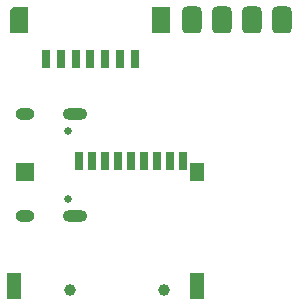
<source format=gbr>
%TF.GenerationSoftware,KiCad,Pcbnew,7.0.2-0*%
%TF.CreationDate,2023-05-15T12:10:58+08:00*%
%TF.ProjectId,slimarm_carambola,736c696d-6172-46d5-9f63-6172616d626f,rev?*%
%TF.SameCoordinates,Original*%
%TF.FileFunction,Soldermask,Bot*%
%TF.FilePolarity,Negative*%
%FSLAX46Y46*%
G04 Gerber Fmt 4.6, Leading zero omitted, Abs format (unit mm)*
G04 Created by KiCad (PCBNEW 7.0.2-0) date 2023-05-15 12:10:58*
%MOMM*%
%LPD*%
G01*
G04 APERTURE LIST*
G04 Aperture macros list*
%AMRoundRect*
0 Rectangle with rounded corners*
0 $1 Rounding radius*
0 $2 $3 $4 $5 $6 $7 $8 $9 X,Y pos of 4 corners*
0 Add a 4 corners polygon primitive as box body*
4,1,4,$2,$3,$4,$5,$6,$7,$8,$9,$2,$3,0*
0 Add four circle primitives for the rounded corners*
1,1,$1+$1,$2,$3*
1,1,$1+$1,$4,$5*
1,1,$1+$1,$6,$7*
1,1,$1+$1,$8,$9*
0 Add four rect primitives between the rounded corners*
20,1,$1+$1,$2,$3,$4,$5,0*
20,1,$1+$1,$4,$5,$6,$7,0*
20,1,$1+$1,$6,$7,$8,$9,0*
20,1,$1+$1,$8,$9,$2,$3,0*%
%AMOutline5P*
0 Free polygon, 5 corners , with rotation*
0 The origin of the aperture is its center*
0 number of corners: always 5*
0 $1 to $10 corner X, Y*
0 $11 Rotation angle, in degrees counterclockwise*
0 create outline with 5 corners*
4,1,5,$1,$2,$3,$4,$5,$6,$7,$8,$9,$10,$1,$2,$11*%
%AMOutline6P*
0 Free polygon, 6 corners , with rotation*
0 The origin of the aperture is its center*
0 number of corners: always 6*
0 $1 to $12 corner X, Y*
0 $13 Rotation angle, in degrees counterclockwise*
0 create outline with 6 corners*
4,1,6,$1,$2,$3,$4,$5,$6,$7,$8,$9,$10,$11,$12,$1,$2,$13*%
%AMOutline7P*
0 Free polygon, 7 corners , with rotation*
0 The origin of the aperture is its center*
0 number of corners: always 7*
0 $1 to $14 corner X, Y*
0 $15 Rotation angle, in degrees counterclockwise*
0 create outline with 7 corners*
4,1,7,$1,$2,$3,$4,$5,$6,$7,$8,$9,$10,$11,$12,$13,$14,$1,$2,$15*%
%AMOutline8P*
0 Free polygon, 8 corners , with rotation*
0 The origin of the aperture is its center*
0 number of corners: always 8*
0 $1 to $16 corner X, Y*
0 $17 Rotation angle, in degrees counterclockwise*
0 create outline with 8 corners*
4,1,8,$1,$2,$3,$4,$5,$6,$7,$8,$9,$10,$11,$12,$13,$14,$15,$16,$1,$2,$17*%
G04 Aperture macros list end*
%ADD10C,0.650000*%
%ADD11O,2.100000X1.000000*%
%ADD12O,1.600000X1.000000*%
%ADD13RoundRect,0.419100X0.419100X-0.723900X0.419100X0.723900X-0.419100X0.723900X-0.419100X-0.723900X0*%
%ADD14C,1.000000*%
%ADD15R,1.200000X2.200000*%
%ADD16R,1.200000X1.500000*%
%ADD17R,1.600000X1.600000*%
%ADD18R,0.700000X1.600000*%
%ADD19R,0.711200X1.600000*%
%ADD20Outline5P,-0.800100X0.784860X-0.480060X1.104900X0.800100X1.104900X0.800100X-1.104900X-0.800100X-1.104900X0.000000*%
%ADD21R,1.600200X2.209800*%
G04 APERTURE END LIST*
D10*
%TO.C,J1*%
X21331000Y-24430000D03*
X21331000Y-30210000D03*
D11*
X21861000Y-23000000D03*
D12*
X17681000Y-23000000D03*
D11*
X21861000Y-31640000D03*
D12*
X17681000Y-31640000D03*
%TD*%
D13*
%TO.C,J2*%
X39430000Y-15110000D03*
X36890000Y-15110000D03*
X34350000Y-15110000D03*
X31810000Y-15110000D03*
%TD*%
D14*
%TO.C,U4*%
X29450000Y-37970000D03*
X21450000Y-37970000D03*
D15*
X32250000Y-37570000D03*
D16*
X32250000Y-27970000D03*
D17*
X17650000Y-27920000D03*
D15*
X16750000Y-37570000D03*
D18*
X22250000Y-26970000D03*
X23350000Y-26970000D03*
X24450000Y-26970000D03*
X25550000Y-26970000D03*
X26650000Y-26970000D03*
X27750000Y-26970000D03*
X28850000Y-26970000D03*
X29950000Y-26970000D03*
X31050000Y-26970000D03*
%TD*%
D19*
%TO.C,J4*%
X26940000Y-18380000D03*
X25690000Y-18380000D03*
X24440000Y-18380000D03*
X23190000Y-18380000D03*
X21940000Y-18380000D03*
X20690000Y-18380000D03*
X19440000Y-18380000D03*
D20*
X17192900Y-15078000D03*
D21*
X29187100Y-15078000D03*
%TD*%
M02*

</source>
